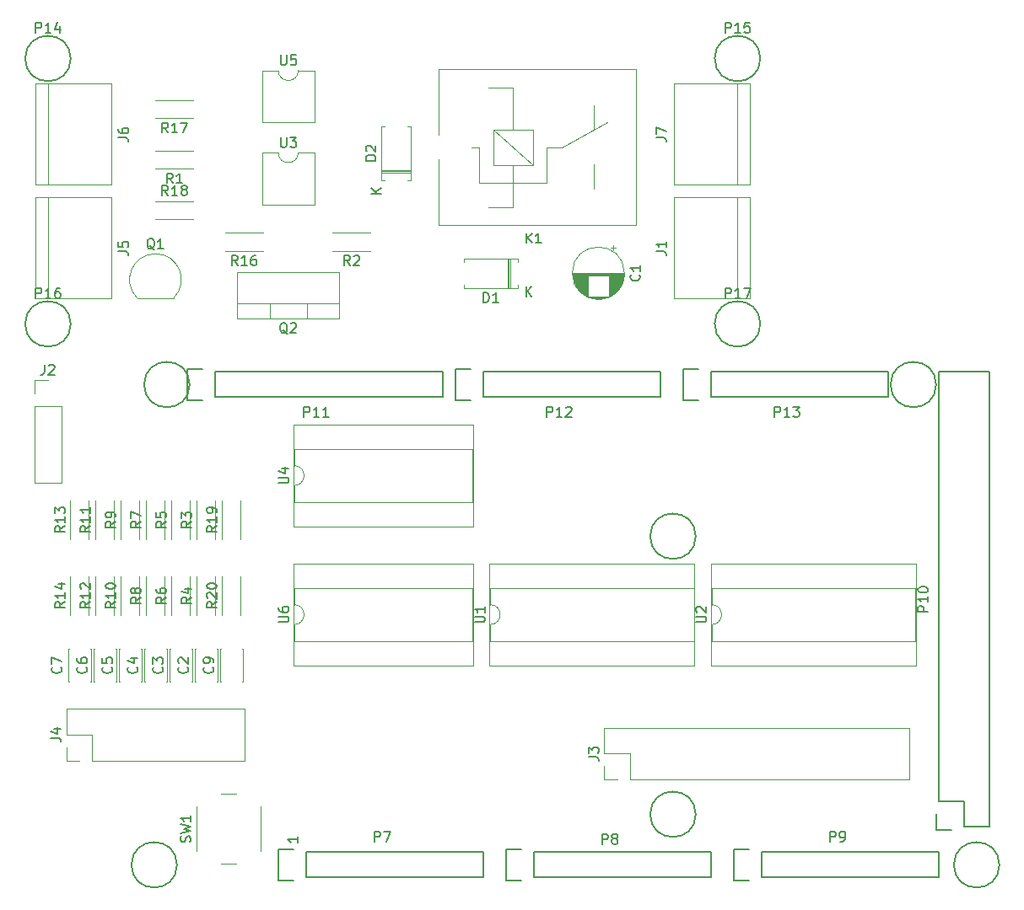
<source format=gbr>
G04 #@! TF.GenerationSoftware,KiCad,Pcbnew,5.1.4+dfsg1-1*
G04 #@! TF.CreationDate,2019-09-21T14:15:38+01:00*
G04 #@! TF.ProjectId,arduino_duo_shield,61726475-696e-46f5-9f64-756f5f736869,rev?*
G04 #@! TF.SameCoordinates,PX6296c50PY74079d0*
G04 #@! TF.FileFunction,Legend,Top*
G04 #@! TF.FilePolarity,Positive*
%FSLAX46Y46*%
G04 Gerber Fmt 4.6, Leading zero omitted, Abs format (unit mm)*
G04 Created by KiCad (PCBNEW 5.1.4+dfsg1-1) date 2019-09-21 14:15:38*
%MOMM*%
%LPD*%
G04 APERTURE LIST*
%ADD10C,0.150000*%
%ADD11C,0.120000*%
G04 APERTURE END LIST*
D10*
X28392380Y5365715D02*
X28392380Y4794286D01*
X28392380Y5080000D02*
X27392380Y5080000D01*
X27535238Y4984762D01*
X27630476Y4889524D01*
X27678095Y4794286D01*
D11*
X22772000Y24206000D02*
X22837000Y24206000D01*
X20597000Y24206000D02*
X20662000Y24206000D01*
X22772000Y20966000D02*
X22837000Y20966000D01*
X20597000Y20966000D02*
X20662000Y20966000D01*
X22837000Y20966000D02*
X22837000Y24206000D01*
X20597000Y20966000D02*
X20597000Y24206000D01*
X7532000Y24206000D02*
X7597000Y24206000D01*
X5357000Y24206000D02*
X5422000Y24206000D01*
X7532000Y20966000D02*
X7597000Y20966000D01*
X5357000Y20966000D02*
X5422000Y20966000D01*
X7597000Y20966000D02*
X7597000Y24206000D01*
X5357000Y20966000D02*
X5357000Y24206000D01*
X10072000Y24206000D02*
X10137000Y24206000D01*
X7897000Y24206000D02*
X7962000Y24206000D01*
X10072000Y20966000D02*
X10137000Y20966000D01*
X7897000Y20966000D02*
X7962000Y20966000D01*
X10137000Y20966000D02*
X10137000Y24206000D01*
X7897000Y20966000D02*
X7897000Y24206000D01*
X12612000Y24206000D02*
X12677000Y24206000D01*
X10437000Y24206000D02*
X10502000Y24206000D01*
X12612000Y20966000D02*
X12677000Y20966000D01*
X10437000Y20966000D02*
X10502000Y20966000D01*
X12677000Y20966000D02*
X12677000Y24206000D01*
X10437000Y20966000D02*
X10437000Y24206000D01*
X15152000Y24206000D02*
X15217000Y24206000D01*
X12977000Y24206000D02*
X13042000Y24206000D01*
X15152000Y20966000D02*
X15217000Y20966000D01*
X12977000Y20966000D02*
X13042000Y20966000D01*
X15217000Y20966000D02*
X15217000Y24206000D01*
X12977000Y20966000D02*
X12977000Y24206000D01*
X17692000Y24206000D02*
X17757000Y24206000D01*
X15517000Y24206000D02*
X15582000Y24206000D01*
X17692000Y20966000D02*
X17757000Y20966000D01*
X15517000Y20966000D02*
X15582000Y20966000D01*
X17757000Y20966000D02*
X17757000Y24206000D01*
X15517000Y20966000D02*
X15517000Y24206000D01*
X20232000Y24206000D02*
X20297000Y24206000D01*
X18057000Y24206000D02*
X18122000Y24206000D01*
X20232000Y20966000D02*
X20297000Y20966000D01*
X18057000Y20966000D02*
X18122000Y20966000D01*
X20297000Y20966000D02*
X20297000Y24206000D01*
X18057000Y20966000D02*
X18057000Y24206000D01*
X22177000Y9671000D02*
X20677000Y9671000D01*
X18177000Y8421000D02*
X18177000Y3921000D01*
X20677000Y2671000D02*
X22177000Y2671000D01*
X24677000Y3921000D02*
X24677000Y8421000D01*
X47632000Y32826000D02*
X47632000Y22546000D01*
X68192000Y32826000D02*
X47632000Y32826000D01*
X68192000Y22546000D02*
X68192000Y32826000D01*
X47632000Y22546000D02*
X68192000Y22546000D01*
X47692000Y30336000D02*
X47692000Y28686000D01*
X68132000Y30336000D02*
X47692000Y30336000D01*
X68132000Y25036000D02*
X68132000Y30336000D01*
X47692000Y25036000D02*
X68132000Y25036000D01*
X47692000Y26686000D02*
X47692000Y25036000D01*
X47692000Y28686000D02*
G75*
G02X47692000Y26686000I0J-1000000D01*
G01*
X22637000Y27671000D02*
X22637000Y31511000D01*
X20797000Y27671000D02*
X20797000Y31511000D01*
X22637000Y35291000D02*
X22637000Y39131000D01*
X20797000Y35291000D02*
X20797000Y39131000D01*
X7397000Y27671000D02*
X7397000Y31511000D01*
X5557000Y27671000D02*
X5557000Y31511000D01*
X7397000Y35291000D02*
X7397000Y39131000D01*
X5557000Y35291000D02*
X5557000Y39131000D01*
X9937000Y27671000D02*
X9937000Y31511000D01*
X8097000Y27671000D02*
X8097000Y31511000D01*
X9937000Y35291000D02*
X9937000Y39131000D01*
X8097000Y35291000D02*
X8097000Y39131000D01*
X12477000Y27671000D02*
X12477000Y31511000D01*
X10637000Y27671000D02*
X10637000Y31511000D01*
X12477000Y35291000D02*
X12477000Y39131000D01*
X10637000Y35291000D02*
X10637000Y39131000D01*
X15017000Y27671000D02*
X15017000Y31511000D01*
X13177000Y27671000D02*
X13177000Y31511000D01*
X15017000Y35291000D02*
X15017000Y39131000D01*
X13177000Y35291000D02*
X13177000Y39131000D01*
X17557000Y27671000D02*
X17557000Y31511000D01*
X15717000Y27671000D02*
X15717000Y31511000D01*
X17557000Y35291000D02*
X17557000Y39131000D01*
X15717000Y35291000D02*
X15717000Y39131000D01*
X20097000Y27671000D02*
X20097000Y31511000D01*
X18257000Y27671000D02*
X18257000Y31511000D01*
X20097000Y35291000D02*
X20097000Y39131000D01*
X18257000Y35291000D02*
X18257000Y39131000D01*
X69857000Y32826000D02*
X69857000Y22546000D01*
X90417000Y32826000D02*
X69857000Y32826000D01*
X90417000Y22546000D02*
X90417000Y32826000D01*
X69857000Y22546000D02*
X90417000Y22546000D01*
X69917000Y30336000D02*
X69917000Y28686000D01*
X90357000Y30336000D02*
X69917000Y30336000D01*
X90357000Y25036000D02*
X90357000Y30336000D01*
X69917000Y25036000D02*
X90357000Y25036000D01*
X69917000Y26686000D02*
X69917000Y25036000D01*
X69917000Y28686000D02*
G75*
G02X69917000Y26686000I0J-1000000D01*
G01*
X27947000Y46796000D02*
X27947000Y36516000D01*
X45967000Y46796000D02*
X27947000Y46796000D01*
X45967000Y36516000D02*
X45967000Y46796000D01*
X27947000Y36516000D02*
X45967000Y36516000D01*
X28007000Y44306000D02*
X28007000Y42656000D01*
X45907000Y44306000D02*
X28007000Y44306000D01*
X45907000Y39006000D02*
X45907000Y44306000D01*
X28007000Y39006000D02*
X45907000Y39006000D01*
X28007000Y40656000D02*
X28007000Y39006000D01*
X28007000Y42656000D02*
G75*
G02X28007000Y40656000I0J-1000000D01*
G01*
X27947000Y32826000D02*
X27947000Y22546000D01*
X45967000Y32826000D02*
X27947000Y32826000D01*
X45967000Y22546000D02*
X45967000Y32826000D01*
X27947000Y22546000D02*
X45967000Y22546000D01*
X28007000Y30336000D02*
X28007000Y28686000D01*
X45907000Y30336000D02*
X28007000Y30336000D01*
X45907000Y25036000D02*
X45907000Y30336000D01*
X28007000Y25036000D02*
X45907000Y25036000D01*
X28007000Y26686000D02*
X28007000Y25036000D01*
X28007000Y28686000D02*
G75*
G02X28007000Y26686000I0J-1000000D01*
G01*
X25581000Y57436000D02*
X25581000Y58946000D01*
X29282000Y57436000D02*
X29282000Y58946000D01*
X32552000Y58946000D02*
X22312000Y58946000D01*
X22312000Y57436000D02*
X22312000Y62077000D01*
X32552000Y57436000D02*
X32552000Y62077000D01*
X32552000Y62077000D02*
X22312000Y62077000D01*
X32552000Y57436000D02*
X22312000Y57436000D01*
X14082000Y67406000D02*
X17922000Y67406000D01*
X14082000Y69246000D02*
X17922000Y69246000D01*
X15935478Y59502522D02*
G75*
G03X14097000Y63941000I-1838478J1838478D01*
G01*
X12258522Y59502522D02*
G75*
G02X14097000Y63941000I1838478J1838478D01*
G01*
X12297000Y59491000D02*
X15897000Y59491000D01*
D10*
X74803000Y56896000D02*
G75*
G03X74803000Y56896000I-2286000J0D01*
G01*
X5588000Y56896000D02*
G75*
G03X5588000Y56896000I-2286000J0D01*
G01*
X74803000Y83566000D02*
G75*
G03X74803000Y83566000I-2286000J0D01*
G01*
X5588000Y83566000D02*
G75*
G03X5588000Y83566000I-2286000J0D01*
G01*
D11*
X73787000Y59436000D02*
X73787000Y69596000D01*
X66167000Y59436000D02*
X73787000Y59436000D01*
X66167000Y69596000D02*
X66167000Y59436000D01*
X73787000Y69596000D02*
X66167000Y69596000D01*
X72517000Y69596000D02*
X72517000Y59436000D01*
X73787000Y70866000D02*
X73787000Y81026000D01*
X66167000Y70866000D02*
X73787000Y70866000D01*
X66167000Y81026000D02*
X66167000Y70866000D01*
X73787000Y81026000D02*
X66167000Y81026000D01*
X72517000Y81026000D02*
X72517000Y70866000D01*
X51992000Y72826000D02*
X47992000Y72826000D01*
X51992000Y76426000D02*
X51992000Y72826000D01*
X47992000Y76426000D02*
X51992000Y76426000D01*
X47992000Y72826000D02*
X47992000Y76426000D01*
X51992000Y72826000D02*
X47992000Y76426000D01*
X49992000Y72826000D02*
X49992000Y68626000D01*
X49992000Y80626000D02*
X49992000Y76426000D01*
X46592000Y74626000D02*
X46592000Y71026000D01*
X53392000Y74626000D02*
X53392000Y71026000D01*
X53392000Y71026000D02*
X46592000Y71026000D01*
X54892000Y74626000D02*
X59492000Y77126000D01*
X53392000Y74626000D02*
X54892000Y74626000D01*
X49992000Y80626000D02*
X47492000Y80626000D01*
X46592000Y74626000D02*
X45792000Y74626000D01*
X47492000Y68626000D02*
X49992000Y68626000D01*
X58092000Y78876000D02*
X58092000Y76376000D01*
X58092000Y70476000D02*
X58092000Y72926000D01*
X62342000Y66876000D02*
X42542000Y66876000D01*
X62342000Y82476000D02*
X62342000Y66876000D01*
X42542000Y82476000D02*
X62342000Y82476000D01*
X42542000Y82476000D02*
X42542000Y75876000D01*
X42542000Y73476000D02*
X42542000Y66876000D01*
X2032000Y81026000D02*
X2032000Y70866000D01*
X9652000Y81026000D02*
X2032000Y81026000D01*
X9652000Y70866000D02*
X9652000Y81026000D01*
X2032000Y70866000D02*
X9652000Y70866000D01*
X3302000Y70866000D02*
X3302000Y81026000D01*
X2032000Y69596000D02*
X2032000Y59436000D01*
X9652000Y69596000D02*
X2032000Y69596000D01*
X9652000Y59436000D02*
X9652000Y69596000D01*
X2032000Y59436000D02*
X9652000Y59436000D01*
X3302000Y59436000D02*
X3302000Y69596000D01*
X36757000Y72101000D02*
X39697000Y72101000D01*
X36757000Y72341000D02*
X39697000Y72341000D01*
X36757000Y72221000D02*
X39697000Y72221000D01*
X39697000Y76761000D02*
X39367000Y76761000D01*
X39697000Y71321000D02*
X39697000Y76761000D01*
X39367000Y71321000D02*
X39697000Y71321000D01*
X36757000Y76761000D02*
X37087000Y76761000D01*
X36757000Y71321000D02*
X36757000Y76761000D01*
X37087000Y71321000D02*
X36757000Y71321000D01*
X17922000Y79406000D02*
X14082000Y79406000D01*
X17922000Y77566000D02*
X14082000Y77566000D01*
X24907000Y66071000D02*
X21067000Y66071000D01*
X24907000Y64231000D02*
X21067000Y64231000D01*
X35702000Y66071000D02*
X31862000Y66071000D01*
X35702000Y64231000D02*
X31862000Y64231000D01*
X17922000Y74326000D02*
X14082000Y74326000D01*
X17922000Y72486000D02*
X14082000Y72486000D01*
X60272000Y64550775D02*
X59772000Y64550775D01*
X60022000Y64800775D02*
X60022000Y64300775D01*
X58831000Y59395000D02*
X58263000Y59395000D01*
X59065000Y59435000D02*
X58029000Y59435000D01*
X59224000Y59475000D02*
X57870000Y59475000D01*
X59352000Y59515000D02*
X57742000Y59515000D01*
X59462000Y59555000D02*
X57632000Y59555000D01*
X59558000Y59595000D02*
X57536000Y59595000D01*
X59645000Y59635000D02*
X57449000Y59635000D01*
X59725000Y59675000D02*
X57369000Y59675000D01*
X57507000Y59715000D02*
X57296000Y59715000D01*
X59798000Y59715000D02*
X59587000Y59715000D01*
X57507000Y59755000D02*
X57228000Y59755000D01*
X59866000Y59755000D02*
X59587000Y59755000D01*
X57507000Y59795000D02*
X57164000Y59795000D01*
X59930000Y59795000D02*
X59587000Y59795000D01*
X57507000Y59835000D02*
X57104000Y59835000D01*
X59990000Y59835000D02*
X59587000Y59835000D01*
X57507000Y59875000D02*
X57047000Y59875000D01*
X60047000Y59875000D02*
X59587000Y59875000D01*
X57507000Y59915000D02*
X56993000Y59915000D01*
X60101000Y59915000D02*
X59587000Y59915000D01*
X57507000Y59955000D02*
X56942000Y59955000D01*
X60152000Y59955000D02*
X59587000Y59955000D01*
X57507000Y59995000D02*
X56894000Y59995000D01*
X60200000Y59995000D02*
X59587000Y59995000D01*
X57507000Y60035000D02*
X56848000Y60035000D01*
X60246000Y60035000D02*
X59587000Y60035000D01*
X57507000Y60075000D02*
X56804000Y60075000D01*
X60290000Y60075000D02*
X59587000Y60075000D01*
X57507000Y60115000D02*
X56762000Y60115000D01*
X60332000Y60115000D02*
X59587000Y60115000D01*
X57507000Y60155000D02*
X56721000Y60155000D01*
X60373000Y60155000D02*
X59587000Y60155000D01*
X57507000Y60195000D02*
X56683000Y60195000D01*
X60411000Y60195000D02*
X59587000Y60195000D01*
X57507000Y60235000D02*
X56646000Y60235000D01*
X60448000Y60235000D02*
X59587000Y60235000D01*
X57507000Y60275000D02*
X56610000Y60275000D01*
X60484000Y60275000D02*
X59587000Y60275000D01*
X57507000Y60315000D02*
X56576000Y60315000D01*
X60518000Y60315000D02*
X59587000Y60315000D01*
X57507000Y60355000D02*
X56543000Y60355000D01*
X60551000Y60355000D02*
X59587000Y60355000D01*
X57507000Y60395000D02*
X56512000Y60395000D01*
X60582000Y60395000D02*
X59587000Y60395000D01*
X57507000Y60435000D02*
X56482000Y60435000D01*
X60612000Y60435000D02*
X59587000Y60435000D01*
X57507000Y60475000D02*
X56452000Y60475000D01*
X60642000Y60475000D02*
X59587000Y60475000D01*
X57507000Y60515000D02*
X56425000Y60515000D01*
X60669000Y60515000D02*
X59587000Y60515000D01*
X57507000Y60555000D02*
X56398000Y60555000D01*
X60696000Y60555000D02*
X59587000Y60555000D01*
X57507000Y60595000D02*
X56372000Y60595000D01*
X60722000Y60595000D02*
X59587000Y60595000D01*
X57507000Y60635000D02*
X56347000Y60635000D01*
X60747000Y60635000D02*
X59587000Y60635000D01*
X57507000Y60675000D02*
X56323000Y60675000D01*
X60771000Y60675000D02*
X59587000Y60675000D01*
X57507000Y60715000D02*
X56300000Y60715000D01*
X60794000Y60715000D02*
X59587000Y60715000D01*
X57507000Y60755000D02*
X56279000Y60755000D01*
X60815000Y60755000D02*
X59587000Y60755000D01*
X57507000Y60795000D02*
X56257000Y60795000D01*
X60837000Y60795000D02*
X59587000Y60795000D01*
X57507000Y60835000D02*
X56237000Y60835000D01*
X60857000Y60835000D02*
X59587000Y60835000D01*
X57507000Y60875000D02*
X56218000Y60875000D01*
X60876000Y60875000D02*
X59587000Y60875000D01*
X57507000Y60915000D02*
X56199000Y60915000D01*
X60895000Y60915000D02*
X59587000Y60915000D01*
X57507000Y60955000D02*
X56182000Y60955000D01*
X60912000Y60955000D02*
X59587000Y60955000D01*
X57507000Y60995000D02*
X56165000Y60995000D01*
X60929000Y60995000D02*
X59587000Y60995000D01*
X57507000Y61035000D02*
X56149000Y61035000D01*
X60945000Y61035000D02*
X59587000Y61035000D01*
X57507000Y61075000D02*
X56133000Y61075000D01*
X60961000Y61075000D02*
X59587000Y61075000D01*
X57507000Y61115000D02*
X56119000Y61115000D01*
X60975000Y61115000D02*
X59587000Y61115000D01*
X57507000Y61155000D02*
X56105000Y61155000D01*
X60989000Y61155000D02*
X59587000Y61155000D01*
X57507000Y61195000D02*
X56092000Y61195000D01*
X61002000Y61195000D02*
X59587000Y61195000D01*
X57507000Y61235000D02*
X56079000Y61235000D01*
X61015000Y61235000D02*
X59587000Y61235000D01*
X57507000Y61275000D02*
X56067000Y61275000D01*
X61027000Y61275000D02*
X59587000Y61275000D01*
X57507000Y61316000D02*
X56056000Y61316000D01*
X61038000Y61316000D02*
X59587000Y61316000D01*
X57507000Y61356000D02*
X56046000Y61356000D01*
X61048000Y61356000D02*
X59587000Y61356000D01*
X57507000Y61396000D02*
X56036000Y61396000D01*
X61058000Y61396000D02*
X59587000Y61396000D01*
X57507000Y61436000D02*
X56027000Y61436000D01*
X61067000Y61436000D02*
X59587000Y61436000D01*
X57507000Y61476000D02*
X56019000Y61476000D01*
X61075000Y61476000D02*
X59587000Y61476000D01*
X57507000Y61516000D02*
X56011000Y61516000D01*
X61083000Y61516000D02*
X59587000Y61516000D01*
X57507000Y61556000D02*
X56004000Y61556000D01*
X61090000Y61556000D02*
X59587000Y61556000D01*
X57507000Y61596000D02*
X55997000Y61596000D01*
X61097000Y61596000D02*
X59587000Y61596000D01*
X57507000Y61636000D02*
X55991000Y61636000D01*
X61103000Y61636000D02*
X59587000Y61636000D01*
X57507000Y61676000D02*
X55986000Y61676000D01*
X61108000Y61676000D02*
X59587000Y61676000D01*
X57507000Y61716000D02*
X55982000Y61716000D01*
X61112000Y61716000D02*
X59587000Y61716000D01*
X57507000Y61756000D02*
X55978000Y61756000D01*
X61116000Y61756000D02*
X59587000Y61756000D01*
X61120000Y61796000D02*
X55974000Y61796000D01*
X61123000Y61836000D02*
X55971000Y61836000D01*
X61125000Y61876000D02*
X55969000Y61876000D01*
X61126000Y61916000D02*
X55968000Y61916000D01*
X61127000Y61956000D02*
X55967000Y61956000D01*
X61127000Y61996000D02*
X55967000Y61996000D01*
X61167000Y61996000D02*
G75*
G03X61167000Y61996000I-2620000J0D01*
G01*
X1972000Y51241000D02*
X3302000Y51241000D01*
X1972000Y49911000D02*
X1972000Y51241000D01*
X1972000Y48641000D02*
X4632000Y48641000D01*
X4632000Y48641000D02*
X4632000Y40961000D01*
X1972000Y48641000D02*
X1972000Y40961000D01*
X1972000Y40961000D02*
X4632000Y40961000D01*
X30082000Y82356000D02*
X28432000Y82356000D01*
X30082000Y77156000D02*
X30082000Y82356000D01*
X24782000Y77156000D02*
X30082000Y77156000D01*
X24782000Y82356000D02*
X24782000Y77156000D01*
X26432000Y82356000D02*
X24782000Y82356000D01*
X28432000Y82356000D02*
G75*
G02X26432000Y82356000I-1000000J0D01*
G01*
X30082000Y74101000D02*
X28432000Y74101000D01*
X30082000Y68901000D02*
X30082000Y74101000D01*
X24782000Y68901000D02*
X30082000Y68901000D01*
X24782000Y74101000D02*
X24782000Y68901000D01*
X26432000Y74101000D02*
X24782000Y74101000D01*
X28432000Y74101000D02*
G75*
G02X26432000Y74101000I-1000000J0D01*
G01*
X49692000Y60506000D02*
X49692000Y63446000D01*
X49452000Y60506000D02*
X49452000Y63446000D01*
X49572000Y60506000D02*
X49572000Y63446000D01*
X45032000Y63446000D02*
X45032000Y63116000D01*
X50472000Y63446000D02*
X45032000Y63446000D01*
X50472000Y63116000D02*
X50472000Y63446000D01*
X45032000Y60506000D02*
X45032000Y60836000D01*
X50472000Y60506000D02*
X45032000Y60506000D01*
X50472000Y60836000D02*
X50472000Y60506000D01*
X5147000Y13021000D02*
X5147000Y14351000D01*
X6477000Y13021000D02*
X5147000Y13021000D01*
X5147000Y15621000D02*
X5147000Y18221000D01*
X7747000Y15621000D02*
X5147000Y15621000D01*
X7747000Y13021000D02*
X7747000Y15621000D01*
X5147000Y18221000D02*
X23047000Y18221000D01*
X7747000Y13021000D02*
X23047000Y13021000D01*
X23047000Y13021000D02*
X23047000Y18221000D01*
X59122000Y11116000D02*
X59122000Y12446000D01*
X60452000Y11116000D02*
X59122000Y11116000D01*
X59122000Y13716000D02*
X59122000Y16316000D01*
X61722000Y13716000D02*
X59122000Y13716000D01*
X61722000Y11116000D02*
X61722000Y13716000D01*
X59122000Y16316000D02*
X89722000Y16316000D01*
X61722000Y11116000D02*
X89722000Y11116000D01*
X89722000Y11116000D02*
X89722000Y16316000D01*
D10*
X97790000Y6350000D02*
X97790000Y52070000D01*
X92710000Y52070000D02*
X92710000Y8890000D01*
X97790000Y52070000D02*
X92710000Y52070000D01*
X97790000Y6350000D02*
X95250000Y6350000D01*
X92430000Y7620000D02*
X92430000Y6070000D01*
X95250000Y6350000D02*
X95250000Y8890000D01*
X95250000Y8890000D02*
X92710000Y8890000D01*
X92430000Y6070000D02*
X93980000Y6070000D01*
X29210000Y1270000D02*
X46990000Y1270000D01*
X46990000Y1270000D02*
X46990000Y3810000D01*
X46990000Y3810000D02*
X29210000Y3810000D01*
X26390000Y990000D02*
X27940000Y990000D01*
X29210000Y1270000D02*
X29210000Y3810000D01*
X27940000Y4090000D02*
X26390000Y4090000D01*
X26390000Y4090000D02*
X26390000Y990000D01*
X52070000Y1270000D02*
X69850000Y1270000D01*
X69850000Y1270000D02*
X69850000Y3810000D01*
X69850000Y3810000D02*
X52070000Y3810000D01*
X49250000Y990000D02*
X50800000Y990000D01*
X52070000Y1270000D02*
X52070000Y3810000D01*
X50800000Y4090000D02*
X49250000Y4090000D01*
X49250000Y4090000D02*
X49250000Y990000D01*
X74930000Y1270000D02*
X92710000Y1270000D01*
X92710000Y1270000D02*
X92710000Y3810000D01*
X92710000Y3810000D02*
X74930000Y3810000D01*
X72110000Y990000D02*
X73660000Y990000D01*
X74930000Y1270000D02*
X74930000Y3810000D01*
X73660000Y4090000D02*
X72110000Y4090000D01*
X72110000Y4090000D02*
X72110000Y990000D01*
X20066000Y49530000D02*
X42926000Y49530000D01*
X42926000Y49530000D02*
X42926000Y52070000D01*
X42926000Y52070000D02*
X20066000Y52070000D01*
X17246000Y49250000D02*
X18796000Y49250000D01*
X20066000Y49530000D02*
X20066000Y52070000D01*
X18796000Y52350000D02*
X17246000Y52350000D01*
X17246000Y52350000D02*
X17246000Y49250000D01*
X46990000Y49530000D02*
X64770000Y49530000D01*
X64770000Y49530000D02*
X64770000Y52070000D01*
X64770000Y52070000D02*
X46990000Y52070000D01*
X44170000Y49250000D02*
X45720000Y49250000D01*
X46990000Y49530000D02*
X46990000Y52070000D01*
X45720000Y52350000D02*
X44170000Y52350000D01*
X44170000Y52350000D02*
X44170000Y49250000D01*
X69850000Y49530000D02*
X87630000Y49530000D01*
X87630000Y49530000D02*
X87630000Y52070000D01*
X87630000Y52070000D02*
X69850000Y52070000D01*
X67030000Y49250000D02*
X68580000Y49250000D01*
X69850000Y49530000D02*
X69850000Y52070000D01*
X68580000Y52350000D02*
X67030000Y52350000D01*
X67030000Y52350000D02*
X67030000Y49250000D01*
X16256000Y2540000D02*
G75*
G03X16256000Y2540000I-2286000J0D01*
G01*
X68326000Y7620000D02*
G75*
G03X68326000Y7620000I-2286000J0D01*
G01*
X98806000Y2540000D02*
G75*
G03X98806000Y2540000I-2286000J0D01*
G01*
X17526000Y50800000D02*
G75*
G03X17526000Y50800000I-2286000J0D01*
G01*
X68326000Y35560000D02*
G75*
G03X68326000Y35560000I-2286000J0D01*
G01*
X92456000Y50800000D02*
G75*
G03X92456000Y50800000I-2286000J0D01*
G01*
X19824142Y22419334D02*
X19871761Y22371715D01*
X19919380Y22228858D01*
X19919380Y22133620D01*
X19871761Y21990762D01*
X19776523Y21895524D01*
X19681285Y21847905D01*
X19490809Y21800286D01*
X19347952Y21800286D01*
X19157476Y21847905D01*
X19062238Y21895524D01*
X18967000Y21990762D01*
X18919380Y22133620D01*
X18919380Y22228858D01*
X18967000Y22371715D01*
X19014619Y22419334D01*
X19919380Y22895524D02*
X19919380Y23086000D01*
X19871761Y23181239D01*
X19824142Y23228858D01*
X19681285Y23324096D01*
X19490809Y23371715D01*
X19109857Y23371715D01*
X19014619Y23324096D01*
X18967000Y23276477D01*
X18919380Y23181239D01*
X18919380Y22990762D01*
X18967000Y22895524D01*
X19014619Y22847905D01*
X19109857Y22800286D01*
X19347952Y22800286D01*
X19443190Y22847905D01*
X19490809Y22895524D01*
X19538428Y22990762D01*
X19538428Y23181239D01*
X19490809Y23276477D01*
X19443190Y23324096D01*
X19347952Y23371715D01*
X4584142Y22419334D02*
X4631761Y22371715D01*
X4679380Y22228858D01*
X4679380Y22133620D01*
X4631761Y21990762D01*
X4536523Y21895524D01*
X4441285Y21847905D01*
X4250809Y21800286D01*
X4107952Y21800286D01*
X3917476Y21847905D01*
X3822238Y21895524D01*
X3727000Y21990762D01*
X3679380Y22133620D01*
X3679380Y22228858D01*
X3727000Y22371715D01*
X3774619Y22419334D01*
X3679380Y22752667D02*
X3679380Y23419334D01*
X4679380Y22990762D01*
X7124142Y22419334D02*
X7171761Y22371715D01*
X7219380Y22228858D01*
X7219380Y22133620D01*
X7171761Y21990762D01*
X7076523Y21895524D01*
X6981285Y21847905D01*
X6790809Y21800286D01*
X6647952Y21800286D01*
X6457476Y21847905D01*
X6362238Y21895524D01*
X6267000Y21990762D01*
X6219380Y22133620D01*
X6219380Y22228858D01*
X6267000Y22371715D01*
X6314619Y22419334D01*
X6219380Y23276477D02*
X6219380Y23086000D01*
X6267000Y22990762D01*
X6314619Y22943143D01*
X6457476Y22847905D01*
X6647952Y22800286D01*
X7028904Y22800286D01*
X7124142Y22847905D01*
X7171761Y22895524D01*
X7219380Y22990762D01*
X7219380Y23181239D01*
X7171761Y23276477D01*
X7124142Y23324096D01*
X7028904Y23371715D01*
X6790809Y23371715D01*
X6695571Y23324096D01*
X6647952Y23276477D01*
X6600333Y23181239D01*
X6600333Y22990762D01*
X6647952Y22895524D01*
X6695571Y22847905D01*
X6790809Y22800286D01*
X9664142Y22419334D02*
X9711761Y22371715D01*
X9759380Y22228858D01*
X9759380Y22133620D01*
X9711761Y21990762D01*
X9616523Y21895524D01*
X9521285Y21847905D01*
X9330809Y21800286D01*
X9187952Y21800286D01*
X8997476Y21847905D01*
X8902238Y21895524D01*
X8807000Y21990762D01*
X8759380Y22133620D01*
X8759380Y22228858D01*
X8807000Y22371715D01*
X8854619Y22419334D01*
X8759380Y23324096D02*
X8759380Y22847905D01*
X9235571Y22800286D01*
X9187952Y22847905D01*
X9140333Y22943143D01*
X9140333Y23181239D01*
X9187952Y23276477D01*
X9235571Y23324096D01*
X9330809Y23371715D01*
X9568904Y23371715D01*
X9664142Y23324096D01*
X9711761Y23276477D01*
X9759380Y23181239D01*
X9759380Y22943143D01*
X9711761Y22847905D01*
X9664142Y22800286D01*
X12204142Y22419334D02*
X12251761Y22371715D01*
X12299380Y22228858D01*
X12299380Y22133620D01*
X12251761Y21990762D01*
X12156523Y21895524D01*
X12061285Y21847905D01*
X11870809Y21800286D01*
X11727952Y21800286D01*
X11537476Y21847905D01*
X11442238Y21895524D01*
X11347000Y21990762D01*
X11299380Y22133620D01*
X11299380Y22228858D01*
X11347000Y22371715D01*
X11394619Y22419334D01*
X11632714Y23276477D02*
X12299380Y23276477D01*
X11251761Y23038381D02*
X11966047Y22800286D01*
X11966047Y23419334D01*
X14744142Y22419334D02*
X14791761Y22371715D01*
X14839380Y22228858D01*
X14839380Y22133620D01*
X14791761Y21990762D01*
X14696523Y21895524D01*
X14601285Y21847905D01*
X14410809Y21800286D01*
X14267952Y21800286D01*
X14077476Y21847905D01*
X13982238Y21895524D01*
X13887000Y21990762D01*
X13839380Y22133620D01*
X13839380Y22228858D01*
X13887000Y22371715D01*
X13934619Y22419334D01*
X13839380Y22752667D02*
X13839380Y23371715D01*
X14220333Y23038381D01*
X14220333Y23181239D01*
X14267952Y23276477D01*
X14315571Y23324096D01*
X14410809Y23371715D01*
X14648904Y23371715D01*
X14744142Y23324096D01*
X14791761Y23276477D01*
X14839380Y23181239D01*
X14839380Y22895524D01*
X14791761Y22800286D01*
X14744142Y22752667D01*
X17284142Y22419334D02*
X17331761Y22371715D01*
X17379380Y22228858D01*
X17379380Y22133620D01*
X17331761Y21990762D01*
X17236523Y21895524D01*
X17141285Y21847905D01*
X16950809Y21800286D01*
X16807952Y21800286D01*
X16617476Y21847905D01*
X16522238Y21895524D01*
X16427000Y21990762D01*
X16379380Y22133620D01*
X16379380Y22228858D01*
X16427000Y22371715D01*
X16474619Y22419334D01*
X16474619Y22800286D02*
X16427000Y22847905D01*
X16379380Y22943143D01*
X16379380Y23181239D01*
X16427000Y23276477D01*
X16474619Y23324096D01*
X16569857Y23371715D01*
X16665095Y23371715D01*
X16807952Y23324096D01*
X17379380Y22752667D01*
X17379380Y23371715D01*
X17581761Y4837667D02*
X17629380Y4980524D01*
X17629380Y5218620D01*
X17581761Y5313858D01*
X17534142Y5361477D01*
X17438904Y5409096D01*
X17343666Y5409096D01*
X17248428Y5361477D01*
X17200809Y5313858D01*
X17153190Y5218620D01*
X17105571Y5028143D01*
X17057952Y4932905D01*
X17010333Y4885286D01*
X16915095Y4837667D01*
X16819857Y4837667D01*
X16724619Y4885286D01*
X16677000Y4932905D01*
X16629380Y5028143D01*
X16629380Y5266239D01*
X16677000Y5409096D01*
X16629380Y5742429D02*
X17629380Y5980524D01*
X16915095Y6171000D01*
X17629380Y6361477D01*
X16629380Y6599572D01*
X17629380Y7504334D02*
X17629380Y6932905D01*
X17629380Y7218620D02*
X16629380Y7218620D01*
X16772238Y7123381D01*
X16867476Y7028143D01*
X16915095Y6932905D01*
X46144380Y26924096D02*
X46953904Y26924096D01*
X47049142Y26971715D01*
X47096761Y27019334D01*
X47144380Y27114572D01*
X47144380Y27305048D01*
X47096761Y27400286D01*
X47049142Y27447905D01*
X46953904Y27495524D01*
X46144380Y27495524D01*
X47144380Y28495524D02*
X47144380Y27924096D01*
X47144380Y28209810D02*
X46144380Y28209810D01*
X46287238Y28114572D01*
X46382476Y28019334D01*
X46430095Y27924096D01*
X20249380Y28948143D02*
X19773190Y28614810D01*
X20249380Y28376715D02*
X19249380Y28376715D01*
X19249380Y28757667D01*
X19297000Y28852905D01*
X19344619Y28900524D01*
X19439857Y28948143D01*
X19582714Y28948143D01*
X19677952Y28900524D01*
X19725571Y28852905D01*
X19773190Y28757667D01*
X19773190Y28376715D01*
X19344619Y29329096D02*
X19297000Y29376715D01*
X19249380Y29471953D01*
X19249380Y29710048D01*
X19297000Y29805286D01*
X19344619Y29852905D01*
X19439857Y29900524D01*
X19535095Y29900524D01*
X19677952Y29852905D01*
X20249380Y29281477D01*
X20249380Y29900524D01*
X19249380Y30519572D02*
X19249380Y30614810D01*
X19297000Y30710048D01*
X19344619Y30757667D01*
X19439857Y30805286D01*
X19630333Y30852905D01*
X19868428Y30852905D01*
X20058904Y30805286D01*
X20154142Y30757667D01*
X20201761Y30710048D01*
X20249380Y30614810D01*
X20249380Y30519572D01*
X20201761Y30424334D01*
X20154142Y30376715D01*
X20058904Y30329096D01*
X19868428Y30281477D01*
X19630333Y30281477D01*
X19439857Y30329096D01*
X19344619Y30376715D01*
X19297000Y30424334D01*
X19249380Y30519572D01*
X20249380Y36568143D02*
X19773190Y36234810D01*
X20249380Y35996715D02*
X19249380Y35996715D01*
X19249380Y36377667D01*
X19297000Y36472905D01*
X19344619Y36520524D01*
X19439857Y36568143D01*
X19582714Y36568143D01*
X19677952Y36520524D01*
X19725571Y36472905D01*
X19773190Y36377667D01*
X19773190Y35996715D01*
X20249380Y37520524D02*
X20249380Y36949096D01*
X20249380Y37234810D02*
X19249380Y37234810D01*
X19392238Y37139572D01*
X19487476Y37044334D01*
X19535095Y36949096D01*
X20249380Y37996715D02*
X20249380Y38187191D01*
X20201761Y38282429D01*
X20154142Y38330048D01*
X20011285Y38425286D01*
X19820809Y38472905D01*
X19439857Y38472905D01*
X19344619Y38425286D01*
X19297000Y38377667D01*
X19249380Y38282429D01*
X19249380Y38091953D01*
X19297000Y37996715D01*
X19344619Y37949096D01*
X19439857Y37901477D01*
X19677952Y37901477D01*
X19773190Y37949096D01*
X19820809Y37996715D01*
X19868428Y38091953D01*
X19868428Y38282429D01*
X19820809Y38377667D01*
X19773190Y38425286D01*
X19677952Y38472905D01*
X5009380Y28948143D02*
X4533190Y28614810D01*
X5009380Y28376715D02*
X4009380Y28376715D01*
X4009380Y28757667D01*
X4057000Y28852905D01*
X4104619Y28900524D01*
X4199857Y28948143D01*
X4342714Y28948143D01*
X4437952Y28900524D01*
X4485571Y28852905D01*
X4533190Y28757667D01*
X4533190Y28376715D01*
X5009380Y29900524D02*
X5009380Y29329096D01*
X5009380Y29614810D02*
X4009380Y29614810D01*
X4152238Y29519572D01*
X4247476Y29424334D01*
X4295095Y29329096D01*
X4342714Y30757667D02*
X5009380Y30757667D01*
X3961761Y30519572D02*
X4676047Y30281477D01*
X4676047Y30900524D01*
X5009380Y36568143D02*
X4533190Y36234810D01*
X5009380Y35996715D02*
X4009380Y35996715D01*
X4009380Y36377667D01*
X4057000Y36472905D01*
X4104619Y36520524D01*
X4199857Y36568143D01*
X4342714Y36568143D01*
X4437952Y36520524D01*
X4485571Y36472905D01*
X4533190Y36377667D01*
X4533190Y35996715D01*
X5009380Y37520524D02*
X5009380Y36949096D01*
X5009380Y37234810D02*
X4009380Y37234810D01*
X4152238Y37139572D01*
X4247476Y37044334D01*
X4295095Y36949096D01*
X4009380Y37853858D02*
X4009380Y38472905D01*
X4390333Y38139572D01*
X4390333Y38282429D01*
X4437952Y38377667D01*
X4485571Y38425286D01*
X4580809Y38472905D01*
X4818904Y38472905D01*
X4914142Y38425286D01*
X4961761Y38377667D01*
X5009380Y38282429D01*
X5009380Y37996715D01*
X4961761Y37901477D01*
X4914142Y37853858D01*
X7549380Y28948143D02*
X7073190Y28614810D01*
X7549380Y28376715D02*
X6549380Y28376715D01*
X6549380Y28757667D01*
X6597000Y28852905D01*
X6644619Y28900524D01*
X6739857Y28948143D01*
X6882714Y28948143D01*
X6977952Y28900524D01*
X7025571Y28852905D01*
X7073190Y28757667D01*
X7073190Y28376715D01*
X7549380Y29900524D02*
X7549380Y29329096D01*
X7549380Y29614810D02*
X6549380Y29614810D01*
X6692238Y29519572D01*
X6787476Y29424334D01*
X6835095Y29329096D01*
X6644619Y30281477D02*
X6597000Y30329096D01*
X6549380Y30424334D01*
X6549380Y30662429D01*
X6597000Y30757667D01*
X6644619Y30805286D01*
X6739857Y30852905D01*
X6835095Y30852905D01*
X6977952Y30805286D01*
X7549380Y30233858D01*
X7549380Y30852905D01*
X7549380Y36568143D02*
X7073190Y36234810D01*
X7549380Y35996715D02*
X6549380Y35996715D01*
X6549380Y36377667D01*
X6597000Y36472905D01*
X6644619Y36520524D01*
X6739857Y36568143D01*
X6882714Y36568143D01*
X6977952Y36520524D01*
X7025571Y36472905D01*
X7073190Y36377667D01*
X7073190Y35996715D01*
X7549380Y37520524D02*
X7549380Y36949096D01*
X7549380Y37234810D02*
X6549380Y37234810D01*
X6692238Y37139572D01*
X6787476Y37044334D01*
X6835095Y36949096D01*
X7549380Y38472905D02*
X7549380Y37901477D01*
X7549380Y38187191D02*
X6549380Y38187191D01*
X6692238Y38091953D01*
X6787476Y37996715D01*
X6835095Y37901477D01*
X10089380Y28948143D02*
X9613190Y28614810D01*
X10089380Y28376715D02*
X9089380Y28376715D01*
X9089380Y28757667D01*
X9137000Y28852905D01*
X9184619Y28900524D01*
X9279857Y28948143D01*
X9422714Y28948143D01*
X9517952Y28900524D01*
X9565571Y28852905D01*
X9613190Y28757667D01*
X9613190Y28376715D01*
X10089380Y29900524D02*
X10089380Y29329096D01*
X10089380Y29614810D02*
X9089380Y29614810D01*
X9232238Y29519572D01*
X9327476Y29424334D01*
X9375095Y29329096D01*
X9089380Y30519572D02*
X9089380Y30614810D01*
X9137000Y30710048D01*
X9184619Y30757667D01*
X9279857Y30805286D01*
X9470333Y30852905D01*
X9708428Y30852905D01*
X9898904Y30805286D01*
X9994142Y30757667D01*
X10041761Y30710048D01*
X10089380Y30614810D01*
X10089380Y30519572D01*
X10041761Y30424334D01*
X9994142Y30376715D01*
X9898904Y30329096D01*
X9708428Y30281477D01*
X9470333Y30281477D01*
X9279857Y30329096D01*
X9184619Y30376715D01*
X9137000Y30424334D01*
X9089380Y30519572D01*
X10089380Y37044334D02*
X9613190Y36711000D01*
X10089380Y36472905D02*
X9089380Y36472905D01*
X9089380Y36853858D01*
X9137000Y36949096D01*
X9184619Y36996715D01*
X9279857Y37044334D01*
X9422714Y37044334D01*
X9517952Y36996715D01*
X9565571Y36949096D01*
X9613190Y36853858D01*
X9613190Y36472905D01*
X10089380Y37520524D02*
X10089380Y37711000D01*
X10041761Y37806239D01*
X9994142Y37853858D01*
X9851285Y37949096D01*
X9660809Y37996715D01*
X9279857Y37996715D01*
X9184619Y37949096D01*
X9137000Y37901477D01*
X9089380Y37806239D01*
X9089380Y37615762D01*
X9137000Y37520524D01*
X9184619Y37472905D01*
X9279857Y37425286D01*
X9517952Y37425286D01*
X9613190Y37472905D01*
X9660809Y37520524D01*
X9708428Y37615762D01*
X9708428Y37806239D01*
X9660809Y37901477D01*
X9613190Y37949096D01*
X9517952Y37996715D01*
X12629380Y29424334D02*
X12153190Y29091000D01*
X12629380Y28852905D02*
X11629380Y28852905D01*
X11629380Y29233858D01*
X11677000Y29329096D01*
X11724619Y29376715D01*
X11819857Y29424334D01*
X11962714Y29424334D01*
X12057952Y29376715D01*
X12105571Y29329096D01*
X12153190Y29233858D01*
X12153190Y28852905D01*
X12057952Y29995762D02*
X12010333Y29900524D01*
X11962714Y29852905D01*
X11867476Y29805286D01*
X11819857Y29805286D01*
X11724619Y29852905D01*
X11677000Y29900524D01*
X11629380Y29995762D01*
X11629380Y30186239D01*
X11677000Y30281477D01*
X11724619Y30329096D01*
X11819857Y30376715D01*
X11867476Y30376715D01*
X11962714Y30329096D01*
X12010333Y30281477D01*
X12057952Y30186239D01*
X12057952Y29995762D01*
X12105571Y29900524D01*
X12153190Y29852905D01*
X12248428Y29805286D01*
X12438904Y29805286D01*
X12534142Y29852905D01*
X12581761Y29900524D01*
X12629380Y29995762D01*
X12629380Y30186239D01*
X12581761Y30281477D01*
X12534142Y30329096D01*
X12438904Y30376715D01*
X12248428Y30376715D01*
X12153190Y30329096D01*
X12105571Y30281477D01*
X12057952Y30186239D01*
X12629380Y37044334D02*
X12153190Y36711000D01*
X12629380Y36472905D02*
X11629380Y36472905D01*
X11629380Y36853858D01*
X11677000Y36949096D01*
X11724619Y36996715D01*
X11819857Y37044334D01*
X11962714Y37044334D01*
X12057952Y36996715D01*
X12105571Y36949096D01*
X12153190Y36853858D01*
X12153190Y36472905D01*
X11629380Y37377667D02*
X11629380Y38044334D01*
X12629380Y37615762D01*
X15169380Y29424334D02*
X14693190Y29091000D01*
X15169380Y28852905D02*
X14169380Y28852905D01*
X14169380Y29233858D01*
X14217000Y29329096D01*
X14264619Y29376715D01*
X14359857Y29424334D01*
X14502714Y29424334D01*
X14597952Y29376715D01*
X14645571Y29329096D01*
X14693190Y29233858D01*
X14693190Y28852905D01*
X14169380Y30281477D02*
X14169380Y30091000D01*
X14217000Y29995762D01*
X14264619Y29948143D01*
X14407476Y29852905D01*
X14597952Y29805286D01*
X14978904Y29805286D01*
X15074142Y29852905D01*
X15121761Y29900524D01*
X15169380Y29995762D01*
X15169380Y30186239D01*
X15121761Y30281477D01*
X15074142Y30329096D01*
X14978904Y30376715D01*
X14740809Y30376715D01*
X14645571Y30329096D01*
X14597952Y30281477D01*
X14550333Y30186239D01*
X14550333Y29995762D01*
X14597952Y29900524D01*
X14645571Y29852905D01*
X14740809Y29805286D01*
X15169380Y37044334D02*
X14693190Y36711000D01*
X15169380Y36472905D02*
X14169380Y36472905D01*
X14169380Y36853858D01*
X14217000Y36949096D01*
X14264619Y36996715D01*
X14359857Y37044334D01*
X14502714Y37044334D01*
X14597952Y36996715D01*
X14645571Y36949096D01*
X14693190Y36853858D01*
X14693190Y36472905D01*
X14169380Y37949096D02*
X14169380Y37472905D01*
X14645571Y37425286D01*
X14597952Y37472905D01*
X14550333Y37568143D01*
X14550333Y37806239D01*
X14597952Y37901477D01*
X14645571Y37949096D01*
X14740809Y37996715D01*
X14978904Y37996715D01*
X15074142Y37949096D01*
X15121761Y37901477D01*
X15169380Y37806239D01*
X15169380Y37568143D01*
X15121761Y37472905D01*
X15074142Y37425286D01*
X17709380Y29424334D02*
X17233190Y29091000D01*
X17709380Y28852905D02*
X16709380Y28852905D01*
X16709380Y29233858D01*
X16757000Y29329096D01*
X16804619Y29376715D01*
X16899857Y29424334D01*
X17042714Y29424334D01*
X17137952Y29376715D01*
X17185571Y29329096D01*
X17233190Y29233858D01*
X17233190Y28852905D01*
X17042714Y30281477D02*
X17709380Y30281477D01*
X16661761Y30043381D02*
X17376047Y29805286D01*
X17376047Y30424334D01*
X17709380Y37044334D02*
X17233190Y36711000D01*
X17709380Y36472905D02*
X16709380Y36472905D01*
X16709380Y36853858D01*
X16757000Y36949096D01*
X16804619Y36996715D01*
X16899857Y37044334D01*
X17042714Y37044334D01*
X17137952Y36996715D01*
X17185571Y36949096D01*
X17233190Y36853858D01*
X17233190Y36472905D01*
X16709380Y37377667D02*
X16709380Y37996715D01*
X17090333Y37663381D01*
X17090333Y37806239D01*
X17137952Y37901477D01*
X17185571Y37949096D01*
X17280809Y37996715D01*
X17518904Y37996715D01*
X17614142Y37949096D01*
X17661761Y37901477D01*
X17709380Y37806239D01*
X17709380Y37520524D01*
X17661761Y37425286D01*
X17614142Y37377667D01*
X68369380Y26924096D02*
X69178904Y26924096D01*
X69274142Y26971715D01*
X69321761Y27019334D01*
X69369380Y27114572D01*
X69369380Y27305048D01*
X69321761Y27400286D01*
X69274142Y27447905D01*
X69178904Y27495524D01*
X68369380Y27495524D01*
X68464619Y27924096D02*
X68417000Y27971715D01*
X68369380Y28066953D01*
X68369380Y28305048D01*
X68417000Y28400286D01*
X68464619Y28447905D01*
X68559857Y28495524D01*
X68655095Y28495524D01*
X68797952Y28447905D01*
X69369380Y27876477D01*
X69369380Y28495524D01*
X26459380Y40894096D02*
X27268904Y40894096D01*
X27364142Y40941715D01*
X27411761Y40989334D01*
X27459380Y41084572D01*
X27459380Y41275048D01*
X27411761Y41370286D01*
X27364142Y41417905D01*
X27268904Y41465524D01*
X26459380Y41465524D01*
X26792714Y42370286D02*
X27459380Y42370286D01*
X26411761Y42132191D02*
X27126047Y41894096D01*
X27126047Y42513143D01*
X26459380Y26924096D02*
X27268904Y26924096D01*
X27364142Y26971715D01*
X27411761Y27019334D01*
X27459380Y27114572D01*
X27459380Y27305048D01*
X27411761Y27400286D01*
X27364142Y27447905D01*
X27268904Y27495524D01*
X26459380Y27495524D01*
X26459380Y28400286D02*
X26459380Y28209810D01*
X26507000Y28114572D01*
X26554619Y28066953D01*
X26697476Y27971715D01*
X26887952Y27924096D01*
X27268904Y27924096D01*
X27364142Y27971715D01*
X27411761Y28019334D01*
X27459380Y28114572D01*
X27459380Y28305048D01*
X27411761Y28400286D01*
X27364142Y28447905D01*
X27268904Y28495524D01*
X27030809Y28495524D01*
X26935571Y28447905D01*
X26887952Y28400286D01*
X26840333Y28305048D01*
X26840333Y28114572D01*
X26887952Y28019334D01*
X26935571Y27971715D01*
X27030809Y27924096D01*
X27336761Y55888381D02*
X27241523Y55936000D01*
X27146285Y56031239D01*
X27003428Y56174096D01*
X26908190Y56221715D01*
X26812952Y56221715D01*
X26860571Y55983620D02*
X26765333Y56031239D01*
X26670095Y56126477D01*
X26622476Y56316953D01*
X26622476Y56650286D01*
X26670095Y56840762D01*
X26765333Y56936000D01*
X26860571Y56983620D01*
X27051047Y56983620D01*
X27146285Y56936000D01*
X27241523Y56840762D01*
X27289142Y56650286D01*
X27289142Y56316953D01*
X27241523Y56126477D01*
X27146285Y56031239D01*
X27051047Y55983620D01*
X26860571Y55983620D01*
X27670095Y56888381D02*
X27717714Y56936000D01*
X27812952Y56983620D01*
X28051047Y56983620D01*
X28146285Y56936000D01*
X28193904Y56888381D01*
X28241523Y56793143D01*
X28241523Y56697905D01*
X28193904Y56555048D01*
X27622476Y55983620D01*
X28241523Y55983620D01*
X15359142Y69793620D02*
X15025809Y70269810D01*
X14787714Y69793620D02*
X14787714Y70793620D01*
X15168666Y70793620D01*
X15263904Y70746000D01*
X15311523Y70698381D01*
X15359142Y70603143D01*
X15359142Y70460286D01*
X15311523Y70365048D01*
X15263904Y70317429D01*
X15168666Y70269810D01*
X14787714Y70269810D01*
X16311523Y69793620D02*
X15740095Y69793620D01*
X16025809Y69793620D02*
X16025809Y70793620D01*
X15930571Y70650762D01*
X15835333Y70555524D01*
X15740095Y70507905D01*
X16882952Y70365048D02*
X16787714Y70412667D01*
X16740095Y70460286D01*
X16692476Y70555524D01*
X16692476Y70603143D01*
X16740095Y70698381D01*
X16787714Y70746000D01*
X16882952Y70793620D01*
X17073428Y70793620D01*
X17168666Y70746000D01*
X17216285Y70698381D01*
X17263904Y70603143D01*
X17263904Y70555524D01*
X17216285Y70460286D01*
X17168666Y70412667D01*
X17073428Y70365048D01*
X16882952Y70365048D01*
X16787714Y70317429D01*
X16740095Y70269810D01*
X16692476Y70174572D01*
X16692476Y69984096D01*
X16740095Y69888858D01*
X16787714Y69841239D01*
X16882952Y69793620D01*
X17073428Y69793620D01*
X17168666Y69841239D01*
X17216285Y69888858D01*
X17263904Y69984096D01*
X17263904Y70174572D01*
X17216285Y70269810D01*
X17168666Y70317429D01*
X17073428Y70365048D01*
X14001761Y64353381D02*
X13906523Y64401000D01*
X13811285Y64496239D01*
X13668428Y64639096D01*
X13573190Y64686715D01*
X13477952Y64686715D01*
X13525571Y64448620D02*
X13430333Y64496239D01*
X13335095Y64591477D01*
X13287476Y64781953D01*
X13287476Y65115286D01*
X13335095Y65305762D01*
X13430333Y65401000D01*
X13525571Y65448620D01*
X13716047Y65448620D01*
X13811285Y65401000D01*
X13906523Y65305762D01*
X13954142Y65115286D01*
X13954142Y64781953D01*
X13906523Y64591477D01*
X13811285Y64496239D01*
X13716047Y64448620D01*
X13525571Y64448620D01*
X14906523Y64448620D02*
X14335095Y64448620D01*
X14620809Y64448620D02*
X14620809Y65448620D01*
X14525571Y65305762D01*
X14430333Y65210524D01*
X14335095Y65162905D01*
X71302714Y59491620D02*
X71302714Y60491620D01*
X71683666Y60491620D01*
X71778904Y60444000D01*
X71826523Y60396381D01*
X71874142Y60301143D01*
X71874142Y60158286D01*
X71826523Y60063048D01*
X71778904Y60015429D01*
X71683666Y59967810D01*
X71302714Y59967810D01*
X72826523Y59491620D02*
X72255095Y59491620D01*
X72540809Y59491620D02*
X72540809Y60491620D01*
X72445571Y60348762D01*
X72350333Y60253524D01*
X72255095Y60205905D01*
X73159857Y60491620D02*
X73826523Y60491620D01*
X73397952Y59491620D01*
X2087714Y59491620D02*
X2087714Y60491620D01*
X2468666Y60491620D01*
X2563904Y60444000D01*
X2611523Y60396381D01*
X2659142Y60301143D01*
X2659142Y60158286D01*
X2611523Y60063048D01*
X2563904Y60015429D01*
X2468666Y59967810D01*
X2087714Y59967810D01*
X3611523Y59491620D02*
X3040095Y59491620D01*
X3325809Y59491620D02*
X3325809Y60491620D01*
X3230571Y60348762D01*
X3135333Y60253524D01*
X3040095Y60205905D01*
X4468666Y60491620D02*
X4278190Y60491620D01*
X4182952Y60444000D01*
X4135333Y60396381D01*
X4040095Y60253524D01*
X3992476Y60063048D01*
X3992476Y59682096D01*
X4040095Y59586858D01*
X4087714Y59539239D01*
X4182952Y59491620D01*
X4373428Y59491620D01*
X4468666Y59539239D01*
X4516285Y59586858D01*
X4563904Y59682096D01*
X4563904Y59920191D01*
X4516285Y60015429D01*
X4468666Y60063048D01*
X4373428Y60110667D01*
X4182952Y60110667D01*
X4087714Y60063048D01*
X4040095Y60015429D01*
X3992476Y59920191D01*
X71302714Y86161620D02*
X71302714Y87161620D01*
X71683666Y87161620D01*
X71778904Y87114000D01*
X71826523Y87066381D01*
X71874142Y86971143D01*
X71874142Y86828286D01*
X71826523Y86733048D01*
X71778904Y86685429D01*
X71683666Y86637810D01*
X71302714Y86637810D01*
X72826523Y86161620D02*
X72255095Y86161620D01*
X72540809Y86161620D02*
X72540809Y87161620D01*
X72445571Y87018762D01*
X72350333Y86923524D01*
X72255095Y86875905D01*
X73731285Y87161620D02*
X73255095Y87161620D01*
X73207476Y86685429D01*
X73255095Y86733048D01*
X73350333Y86780667D01*
X73588428Y86780667D01*
X73683666Y86733048D01*
X73731285Y86685429D01*
X73778904Y86590191D01*
X73778904Y86352096D01*
X73731285Y86256858D01*
X73683666Y86209239D01*
X73588428Y86161620D01*
X73350333Y86161620D01*
X73255095Y86209239D01*
X73207476Y86256858D01*
X2087714Y86161620D02*
X2087714Y87161620D01*
X2468666Y87161620D01*
X2563904Y87114000D01*
X2611523Y87066381D01*
X2659142Y86971143D01*
X2659142Y86828286D01*
X2611523Y86733048D01*
X2563904Y86685429D01*
X2468666Y86637810D01*
X2087714Y86637810D01*
X3611523Y86161620D02*
X3040095Y86161620D01*
X3325809Y86161620D02*
X3325809Y87161620D01*
X3230571Y87018762D01*
X3135333Y86923524D01*
X3040095Y86875905D01*
X4468666Y86828286D02*
X4468666Y86161620D01*
X4230571Y87209239D02*
X3992476Y86494953D01*
X4611523Y86494953D01*
X64349380Y64182667D02*
X65063666Y64182667D01*
X65206523Y64135048D01*
X65301761Y64039810D01*
X65349380Y63896953D01*
X65349380Y63801715D01*
X65349380Y65182667D02*
X65349380Y64611239D01*
X65349380Y64896953D02*
X64349380Y64896953D01*
X64492238Y64801715D01*
X64587476Y64706477D01*
X64635095Y64611239D01*
X64349380Y75612667D02*
X65063666Y75612667D01*
X65206523Y75565048D01*
X65301761Y75469810D01*
X65349380Y75326953D01*
X65349380Y75231715D01*
X64349380Y75993620D02*
X64349380Y76660286D01*
X65349380Y76231715D01*
X51303904Y65023620D02*
X51303904Y66023620D01*
X51875333Y65023620D02*
X51446761Y65595048D01*
X51875333Y66023620D02*
X51303904Y65452191D01*
X52827714Y65023620D02*
X52256285Y65023620D01*
X52542000Y65023620D02*
X52542000Y66023620D01*
X52446761Y65880762D01*
X52351523Y65785524D01*
X52256285Y65737905D01*
X10374380Y75612667D02*
X11088666Y75612667D01*
X11231523Y75565048D01*
X11326761Y75469810D01*
X11374380Y75326953D01*
X11374380Y75231715D01*
X10374380Y76517429D02*
X10374380Y76326953D01*
X10422000Y76231715D01*
X10469619Y76184096D01*
X10612476Y76088858D01*
X10802952Y76041239D01*
X11183904Y76041239D01*
X11279142Y76088858D01*
X11326761Y76136477D01*
X11374380Y76231715D01*
X11374380Y76422191D01*
X11326761Y76517429D01*
X11279142Y76565048D01*
X11183904Y76612667D01*
X10945809Y76612667D01*
X10850571Y76565048D01*
X10802952Y76517429D01*
X10755333Y76422191D01*
X10755333Y76231715D01*
X10802952Y76136477D01*
X10850571Y76088858D01*
X10945809Y76041239D01*
X10374380Y64182667D02*
X11088666Y64182667D01*
X11231523Y64135048D01*
X11326761Y64039810D01*
X11374380Y63896953D01*
X11374380Y63801715D01*
X10374380Y65135048D02*
X10374380Y64658858D01*
X10850571Y64611239D01*
X10802952Y64658858D01*
X10755333Y64754096D01*
X10755333Y64992191D01*
X10802952Y65087429D01*
X10850571Y65135048D01*
X10945809Y65182667D01*
X11183904Y65182667D01*
X11279142Y65135048D01*
X11326761Y65087429D01*
X11374380Y64992191D01*
X11374380Y64754096D01*
X11326761Y64658858D01*
X11279142Y64611239D01*
X36209380Y73302905D02*
X35209380Y73302905D01*
X35209380Y73541000D01*
X35257000Y73683858D01*
X35352238Y73779096D01*
X35447476Y73826715D01*
X35637952Y73874334D01*
X35780809Y73874334D01*
X35971285Y73826715D01*
X36066523Y73779096D01*
X36161761Y73683858D01*
X36209380Y73541000D01*
X36209380Y73302905D01*
X35304619Y74255286D02*
X35257000Y74302905D01*
X35209380Y74398143D01*
X35209380Y74636239D01*
X35257000Y74731477D01*
X35304619Y74779096D01*
X35399857Y74826715D01*
X35495095Y74826715D01*
X35637952Y74779096D01*
X36209380Y74207667D01*
X36209380Y74826715D01*
X36779380Y69969096D02*
X35779380Y69969096D01*
X36779380Y70540524D02*
X36207952Y70111953D01*
X35779380Y70540524D02*
X36350809Y69969096D01*
X15359142Y76113620D02*
X15025809Y76589810D01*
X14787714Y76113620D02*
X14787714Y77113620D01*
X15168666Y77113620D01*
X15263904Y77066000D01*
X15311523Y77018381D01*
X15359142Y76923143D01*
X15359142Y76780286D01*
X15311523Y76685048D01*
X15263904Y76637429D01*
X15168666Y76589810D01*
X14787714Y76589810D01*
X16311523Y76113620D02*
X15740095Y76113620D01*
X16025809Y76113620D02*
X16025809Y77113620D01*
X15930571Y76970762D01*
X15835333Y76875524D01*
X15740095Y76827905D01*
X16644857Y77113620D02*
X17311523Y77113620D01*
X16882952Y76113620D01*
X22344142Y62778620D02*
X22010809Y63254810D01*
X21772714Y62778620D02*
X21772714Y63778620D01*
X22153666Y63778620D01*
X22248904Y63731000D01*
X22296523Y63683381D01*
X22344142Y63588143D01*
X22344142Y63445286D01*
X22296523Y63350048D01*
X22248904Y63302429D01*
X22153666Y63254810D01*
X21772714Y63254810D01*
X23296523Y62778620D02*
X22725095Y62778620D01*
X23010809Y62778620D02*
X23010809Y63778620D01*
X22915571Y63635762D01*
X22820333Y63540524D01*
X22725095Y63492905D01*
X24153666Y63778620D02*
X23963190Y63778620D01*
X23867952Y63731000D01*
X23820333Y63683381D01*
X23725095Y63540524D01*
X23677476Y63350048D01*
X23677476Y62969096D01*
X23725095Y62873858D01*
X23772714Y62826239D01*
X23867952Y62778620D01*
X24058428Y62778620D01*
X24153666Y62826239D01*
X24201285Y62873858D01*
X24248904Y62969096D01*
X24248904Y63207191D01*
X24201285Y63302429D01*
X24153666Y63350048D01*
X24058428Y63397667D01*
X23867952Y63397667D01*
X23772714Y63350048D01*
X23725095Y63302429D01*
X23677476Y63207191D01*
X33615333Y62778620D02*
X33282000Y63254810D01*
X33043904Y62778620D02*
X33043904Y63778620D01*
X33424857Y63778620D01*
X33520095Y63731000D01*
X33567714Y63683381D01*
X33615333Y63588143D01*
X33615333Y63445286D01*
X33567714Y63350048D01*
X33520095Y63302429D01*
X33424857Y63254810D01*
X33043904Y63254810D01*
X33996285Y63683381D02*
X34043904Y63731000D01*
X34139142Y63778620D01*
X34377238Y63778620D01*
X34472476Y63731000D01*
X34520095Y63683381D01*
X34567714Y63588143D01*
X34567714Y63492905D01*
X34520095Y63350048D01*
X33948666Y62778620D01*
X34567714Y62778620D01*
X15835333Y71033620D02*
X15502000Y71509810D01*
X15263904Y71033620D02*
X15263904Y72033620D01*
X15644857Y72033620D01*
X15740095Y71986000D01*
X15787714Y71938381D01*
X15835333Y71843143D01*
X15835333Y71700286D01*
X15787714Y71605048D01*
X15740095Y71557429D01*
X15644857Y71509810D01*
X15263904Y71509810D01*
X16787714Y71033620D02*
X16216285Y71033620D01*
X16502000Y71033620D02*
X16502000Y72033620D01*
X16406761Y71890762D01*
X16311523Y71795524D01*
X16216285Y71747905D01*
X62654142Y61829334D02*
X62701761Y61781715D01*
X62749380Y61638858D01*
X62749380Y61543620D01*
X62701761Y61400762D01*
X62606523Y61305524D01*
X62511285Y61257905D01*
X62320809Y61210286D01*
X62177952Y61210286D01*
X61987476Y61257905D01*
X61892238Y61305524D01*
X61797000Y61400762D01*
X61749380Y61543620D01*
X61749380Y61638858D01*
X61797000Y61781715D01*
X61844619Y61829334D01*
X62749380Y62781715D02*
X62749380Y62210286D01*
X62749380Y62496000D02*
X61749380Y62496000D01*
X61892238Y62400762D01*
X61987476Y62305524D01*
X62035095Y62210286D01*
X2968666Y52788620D02*
X2968666Y52074334D01*
X2921047Y51931477D01*
X2825809Y51836239D01*
X2682952Y51788620D01*
X2587714Y51788620D01*
X3397238Y52693381D02*
X3444857Y52741000D01*
X3540095Y52788620D01*
X3778190Y52788620D01*
X3873428Y52741000D01*
X3921047Y52693381D01*
X3968666Y52598143D01*
X3968666Y52502905D01*
X3921047Y52360048D01*
X3349619Y51788620D01*
X3968666Y51788620D01*
X26670095Y83903620D02*
X26670095Y83094096D01*
X26717714Y82998858D01*
X26765333Y82951239D01*
X26860571Y82903620D01*
X27051047Y82903620D01*
X27146285Y82951239D01*
X27193904Y82998858D01*
X27241523Y83094096D01*
X27241523Y83903620D01*
X28193904Y83903620D02*
X27717714Y83903620D01*
X27670095Y83427429D01*
X27717714Y83475048D01*
X27812952Y83522667D01*
X28051047Y83522667D01*
X28146285Y83475048D01*
X28193904Y83427429D01*
X28241523Y83332191D01*
X28241523Y83094096D01*
X28193904Y82998858D01*
X28146285Y82951239D01*
X28051047Y82903620D01*
X27812952Y82903620D01*
X27717714Y82951239D01*
X27670095Y82998858D01*
X26670095Y75648620D02*
X26670095Y74839096D01*
X26717714Y74743858D01*
X26765333Y74696239D01*
X26860571Y74648620D01*
X27051047Y74648620D01*
X27146285Y74696239D01*
X27193904Y74743858D01*
X27241523Y74839096D01*
X27241523Y75648620D01*
X27622476Y75648620D02*
X28241523Y75648620D01*
X27908190Y75267667D01*
X28051047Y75267667D01*
X28146285Y75220048D01*
X28193904Y75172429D01*
X28241523Y75077191D01*
X28241523Y74839096D01*
X28193904Y74743858D01*
X28146285Y74696239D01*
X28051047Y74648620D01*
X27765333Y74648620D01*
X27670095Y74696239D01*
X27622476Y74743858D01*
X47013904Y59053620D02*
X47013904Y60053620D01*
X47252000Y60053620D01*
X47394857Y60006000D01*
X47490095Y59910762D01*
X47537714Y59815524D01*
X47585333Y59625048D01*
X47585333Y59482191D01*
X47537714Y59291715D01*
X47490095Y59196477D01*
X47394857Y59101239D01*
X47252000Y59053620D01*
X47013904Y59053620D01*
X48537714Y59053620D02*
X47966285Y59053620D01*
X48252000Y59053620D02*
X48252000Y60053620D01*
X48156761Y59910762D01*
X48061523Y59815524D01*
X47966285Y59767905D01*
X51300095Y59623620D02*
X51300095Y60623620D01*
X51871523Y59623620D02*
X51442952Y60195048D01*
X51871523Y60623620D02*
X51300095Y60052191D01*
X3599380Y15287667D02*
X4313666Y15287667D01*
X4456523Y15240048D01*
X4551761Y15144810D01*
X4599380Y15001953D01*
X4599380Y14906715D01*
X3932714Y16192429D02*
X4599380Y16192429D01*
X3551761Y15954334D02*
X4266047Y15716239D01*
X4266047Y16335286D01*
X57574380Y13382667D02*
X58288666Y13382667D01*
X58431523Y13335048D01*
X58526761Y13239810D01*
X58574380Y13096953D01*
X58574380Y13001715D01*
X57574380Y13763620D02*
X57574380Y14382667D01*
X57955333Y14049334D01*
X57955333Y14192191D01*
X58002952Y14287429D01*
X58050571Y14335048D01*
X58145809Y14382667D01*
X58383904Y14382667D01*
X58479142Y14335048D01*
X58526761Y14287429D01*
X58574380Y14192191D01*
X58574380Y13906477D01*
X58526761Y13811239D01*
X58479142Y13763620D01*
X91638380Y27995715D02*
X90638380Y27995715D01*
X90638380Y28376667D01*
X90686000Y28471905D01*
X90733619Y28519524D01*
X90828857Y28567143D01*
X90971714Y28567143D01*
X91066952Y28519524D01*
X91114571Y28471905D01*
X91162190Y28376667D01*
X91162190Y27995715D01*
X91638380Y29519524D02*
X91638380Y28948096D01*
X91638380Y29233810D02*
X90638380Y29233810D01*
X90781238Y29138572D01*
X90876476Y29043334D01*
X90924095Y28948096D01*
X90638380Y30138572D02*
X90638380Y30233810D01*
X90686000Y30329048D01*
X90733619Y30376667D01*
X90828857Y30424286D01*
X91019333Y30471905D01*
X91257428Y30471905D01*
X91447904Y30424286D01*
X91543142Y30376667D01*
X91590761Y30329048D01*
X91638380Y30233810D01*
X91638380Y30138572D01*
X91590761Y30043334D01*
X91543142Y29995715D01*
X91447904Y29948096D01*
X91257428Y29900477D01*
X91019333Y29900477D01*
X90828857Y29948096D01*
X90733619Y29995715D01*
X90686000Y30043334D01*
X90638380Y30138572D01*
X36091904Y4881620D02*
X36091904Y5881620D01*
X36472857Y5881620D01*
X36568095Y5834000D01*
X36615714Y5786381D01*
X36663333Y5691143D01*
X36663333Y5548286D01*
X36615714Y5453048D01*
X36568095Y5405429D01*
X36472857Y5357810D01*
X36091904Y5357810D01*
X36996666Y5881620D02*
X37663333Y5881620D01*
X37234761Y4881620D01*
X58951904Y4627620D02*
X58951904Y5627620D01*
X59332857Y5627620D01*
X59428095Y5580000D01*
X59475714Y5532381D01*
X59523333Y5437143D01*
X59523333Y5294286D01*
X59475714Y5199048D01*
X59428095Y5151429D01*
X59332857Y5103810D01*
X58951904Y5103810D01*
X60094761Y5199048D02*
X59999523Y5246667D01*
X59951904Y5294286D01*
X59904285Y5389524D01*
X59904285Y5437143D01*
X59951904Y5532381D01*
X59999523Y5580000D01*
X60094761Y5627620D01*
X60285238Y5627620D01*
X60380476Y5580000D01*
X60428095Y5532381D01*
X60475714Y5437143D01*
X60475714Y5389524D01*
X60428095Y5294286D01*
X60380476Y5246667D01*
X60285238Y5199048D01*
X60094761Y5199048D01*
X59999523Y5151429D01*
X59951904Y5103810D01*
X59904285Y5008572D01*
X59904285Y4818096D01*
X59951904Y4722858D01*
X59999523Y4675239D01*
X60094761Y4627620D01*
X60285238Y4627620D01*
X60380476Y4675239D01*
X60428095Y4722858D01*
X60475714Y4818096D01*
X60475714Y5008572D01*
X60428095Y5103810D01*
X60380476Y5151429D01*
X60285238Y5199048D01*
X81811904Y4881620D02*
X81811904Y5881620D01*
X82192857Y5881620D01*
X82288095Y5834000D01*
X82335714Y5786381D01*
X82383333Y5691143D01*
X82383333Y5548286D01*
X82335714Y5453048D01*
X82288095Y5405429D01*
X82192857Y5357810D01*
X81811904Y5357810D01*
X82859523Y4881620D02*
X83050000Y4881620D01*
X83145238Y4929239D01*
X83192857Y4976858D01*
X83288095Y5119715D01*
X83335714Y5310191D01*
X83335714Y5691143D01*
X83288095Y5786381D01*
X83240476Y5834000D01*
X83145238Y5881620D01*
X82954761Y5881620D01*
X82859523Y5834000D01*
X82811904Y5786381D01*
X82764285Y5691143D01*
X82764285Y5453048D01*
X82811904Y5357810D01*
X82859523Y5310191D01*
X82954761Y5262572D01*
X83145238Y5262572D01*
X83240476Y5310191D01*
X83288095Y5357810D01*
X83335714Y5453048D01*
X29011714Y47553620D02*
X29011714Y48553620D01*
X29392666Y48553620D01*
X29487904Y48506000D01*
X29535523Y48458381D01*
X29583142Y48363143D01*
X29583142Y48220286D01*
X29535523Y48125048D01*
X29487904Y48077429D01*
X29392666Y48029810D01*
X29011714Y48029810D01*
X30535523Y47553620D02*
X29964095Y47553620D01*
X30249809Y47553620D02*
X30249809Y48553620D01*
X30154571Y48410762D01*
X30059333Y48315524D01*
X29964095Y48267905D01*
X31487904Y47553620D02*
X30916476Y47553620D01*
X31202190Y47553620D02*
X31202190Y48553620D01*
X31106952Y48410762D01*
X31011714Y48315524D01*
X30916476Y48267905D01*
X53395714Y47553620D02*
X53395714Y48553620D01*
X53776666Y48553620D01*
X53871904Y48506000D01*
X53919523Y48458381D01*
X53967142Y48363143D01*
X53967142Y48220286D01*
X53919523Y48125048D01*
X53871904Y48077429D01*
X53776666Y48029810D01*
X53395714Y48029810D01*
X54919523Y47553620D02*
X54348095Y47553620D01*
X54633809Y47553620D02*
X54633809Y48553620D01*
X54538571Y48410762D01*
X54443333Y48315524D01*
X54348095Y48267905D01*
X55300476Y48458381D02*
X55348095Y48506000D01*
X55443333Y48553620D01*
X55681428Y48553620D01*
X55776666Y48506000D01*
X55824285Y48458381D01*
X55871904Y48363143D01*
X55871904Y48267905D01*
X55824285Y48125048D01*
X55252857Y47553620D01*
X55871904Y47553620D01*
X76255714Y47553620D02*
X76255714Y48553620D01*
X76636666Y48553620D01*
X76731904Y48506000D01*
X76779523Y48458381D01*
X76827142Y48363143D01*
X76827142Y48220286D01*
X76779523Y48125048D01*
X76731904Y48077429D01*
X76636666Y48029810D01*
X76255714Y48029810D01*
X77779523Y47553620D02*
X77208095Y47553620D01*
X77493809Y47553620D02*
X77493809Y48553620D01*
X77398571Y48410762D01*
X77303333Y48315524D01*
X77208095Y48267905D01*
X78112857Y48553620D02*
X78731904Y48553620D01*
X78398571Y48172667D01*
X78541428Y48172667D01*
X78636666Y48125048D01*
X78684285Y48077429D01*
X78731904Y47982191D01*
X78731904Y47744096D01*
X78684285Y47648858D01*
X78636666Y47601239D01*
X78541428Y47553620D01*
X78255714Y47553620D01*
X78160476Y47601239D01*
X78112857Y47648858D01*
M02*

</source>
